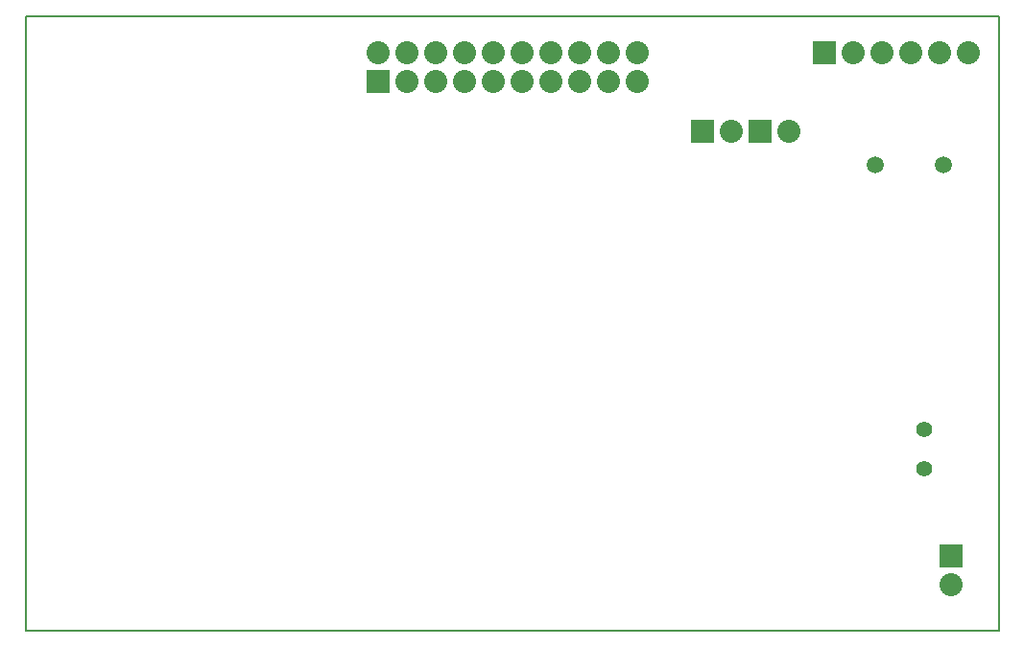
<source format=gbs>
G04 (created by PCBNEW-RS274X (2011-05-25)-stable) date Wed 16 May 2012 19:41:43 CEST*
G01*
G70*
G90*
%MOIN*%
G04 Gerber Fmt 3.4, Leading zero omitted, Abs format*
%FSLAX34Y34*%
G04 APERTURE LIST*
%ADD10C,0.006000*%
%ADD11C,0.008000*%
%ADD12R,0.080000X0.080000*%
%ADD13C,0.080000*%
%ADD14C,0.055400*%
%ADD15C,0.059400*%
G04 APERTURE END LIST*
G54D10*
G54D11*
X14450Y-56300D02*
X14450Y-34950D01*
X48250Y-56300D02*
X14450Y-56300D01*
X48250Y-34950D02*
X48250Y-56300D01*
X15250Y-34950D02*
X48250Y-34950D01*
X14450Y-34950D02*
X15250Y-34950D01*
G54D12*
X42200Y-36200D03*
G54D13*
X43200Y-36200D03*
X44200Y-36200D03*
X45200Y-36200D03*
X46200Y-36200D03*
X47200Y-36200D03*
G54D14*
X45650Y-50689D03*
X45650Y-49311D03*
G54D12*
X46600Y-53700D03*
G54D13*
X46600Y-54700D03*
G54D12*
X26700Y-37200D03*
G54D13*
X26700Y-36200D03*
X27700Y-37200D03*
X27700Y-36200D03*
X28700Y-37200D03*
X28700Y-36200D03*
X29700Y-37200D03*
X29700Y-36200D03*
X30700Y-37200D03*
X30700Y-36200D03*
X31700Y-37200D03*
X31700Y-36200D03*
X32700Y-37200D03*
X32700Y-36200D03*
X33700Y-37200D03*
X33700Y-36200D03*
X34700Y-37200D03*
X34700Y-36200D03*
X35700Y-37200D03*
X35700Y-36200D03*
G54D12*
X37950Y-38950D03*
G54D13*
X38950Y-38950D03*
G54D12*
X39950Y-38950D03*
G54D13*
X40950Y-38950D03*
G54D15*
X46331Y-40100D03*
X43969Y-40100D03*
M02*

</source>
